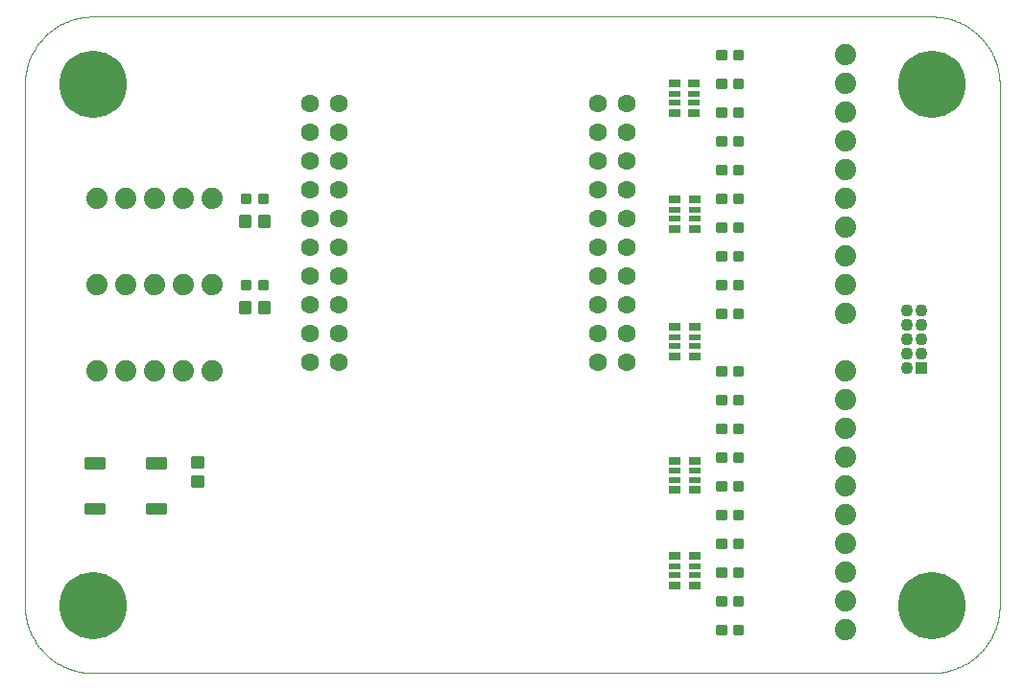
<source format=gts>
G75*
%MOIN*%
%OFA0B0*%
%FSLAX25Y25*%
%IPPOS*%
%LPD*%
%AMOC8*
5,1,8,0,0,1.08239X$1,22.5*
%
%ADD10C,0.00300*%
%ADD11C,0.01388*%
%ADD12C,0.07400*%
%ADD13C,0.23400*%
%ADD14C,0.01171*%
%ADD15C,0.06306*%
%ADD16R,0.04337X0.04337*%
%ADD17C,0.04337*%
%ADD18R,0.03845X0.02762*%
%ADD19R,0.04140X0.01975*%
D10*
X0024922Y0001300D02*
X0316261Y0001300D01*
X0316832Y0001307D01*
X0317402Y0001328D01*
X0317972Y0001362D01*
X0318541Y0001410D01*
X0319108Y0001472D01*
X0319674Y0001548D01*
X0320238Y0001637D01*
X0320799Y0001740D01*
X0321358Y0001857D01*
X0321914Y0001986D01*
X0322467Y0002130D01*
X0323016Y0002286D01*
X0323561Y0002456D01*
X0324101Y0002639D01*
X0324637Y0002835D01*
X0325169Y0003044D01*
X0325695Y0003266D01*
X0326215Y0003500D01*
X0326730Y0003747D01*
X0327239Y0004006D01*
X0327741Y0004277D01*
X0328236Y0004561D01*
X0328725Y0004856D01*
X0329206Y0005163D01*
X0329680Y0005481D01*
X0330146Y0005811D01*
X0330603Y0006152D01*
X0331053Y0006505D01*
X0331493Y0006867D01*
X0331925Y0007241D01*
X0332348Y0007624D01*
X0332761Y0008018D01*
X0333165Y0008422D01*
X0333559Y0008835D01*
X0333942Y0009258D01*
X0334316Y0009690D01*
X0334678Y0010130D01*
X0335031Y0010580D01*
X0335372Y0011037D01*
X0335702Y0011503D01*
X0336020Y0011977D01*
X0336327Y0012458D01*
X0336622Y0012947D01*
X0336906Y0013442D01*
X0337177Y0013944D01*
X0337436Y0014453D01*
X0337683Y0014968D01*
X0337917Y0015488D01*
X0338139Y0016014D01*
X0338348Y0016546D01*
X0338544Y0017082D01*
X0338727Y0017622D01*
X0338897Y0018167D01*
X0339053Y0018716D01*
X0339197Y0019269D01*
X0339326Y0019825D01*
X0339443Y0020384D01*
X0339546Y0020945D01*
X0339635Y0021509D01*
X0339711Y0022075D01*
X0339773Y0022642D01*
X0339821Y0023211D01*
X0339855Y0023781D01*
X0339876Y0024351D01*
X0339883Y0024922D01*
X0339883Y0206024D01*
X0339876Y0206595D01*
X0339855Y0207165D01*
X0339821Y0207735D01*
X0339773Y0208304D01*
X0339711Y0208871D01*
X0339635Y0209437D01*
X0339546Y0210001D01*
X0339443Y0210562D01*
X0339326Y0211121D01*
X0339197Y0211677D01*
X0339053Y0212230D01*
X0338897Y0212779D01*
X0338727Y0213324D01*
X0338544Y0213864D01*
X0338348Y0214400D01*
X0338139Y0214932D01*
X0337917Y0215458D01*
X0337683Y0215978D01*
X0337436Y0216493D01*
X0337177Y0217002D01*
X0336906Y0217504D01*
X0336622Y0217999D01*
X0336327Y0218488D01*
X0336020Y0218969D01*
X0335702Y0219443D01*
X0335372Y0219909D01*
X0335031Y0220366D01*
X0334678Y0220816D01*
X0334316Y0221256D01*
X0333942Y0221688D01*
X0333559Y0222111D01*
X0333165Y0222524D01*
X0332761Y0222928D01*
X0332348Y0223322D01*
X0331925Y0223705D01*
X0331493Y0224079D01*
X0331053Y0224441D01*
X0330603Y0224794D01*
X0330146Y0225135D01*
X0329680Y0225465D01*
X0329206Y0225783D01*
X0328725Y0226090D01*
X0328236Y0226385D01*
X0327741Y0226669D01*
X0327239Y0226940D01*
X0326730Y0227199D01*
X0326215Y0227446D01*
X0325695Y0227680D01*
X0325169Y0227902D01*
X0324637Y0228111D01*
X0324101Y0228307D01*
X0323561Y0228490D01*
X0323016Y0228660D01*
X0322467Y0228816D01*
X0321914Y0228960D01*
X0321358Y0229089D01*
X0320799Y0229206D01*
X0320238Y0229309D01*
X0319674Y0229398D01*
X0319108Y0229474D01*
X0318541Y0229536D01*
X0317972Y0229584D01*
X0317402Y0229618D01*
X0316832Y0229639D01*
X0316261Y0229646D01*
X0024922Y0229646D01*
X0024351Y0229639D01*
X0023781Y0229618D01*
X0023211Y0229584D01*
X0022642Y0229536D01*
X0022075Y0229474D01*
X0021509Y0229398D01*
X0020945Y0229309D01*
X0020384Y0229206D01*
X0019825Y0229089D01*
X0019269Y0228960D01*
X0018716Y0228816D01*
X0018167Y0228660D01*
X0017622Y0228490D01*
X0017082Y0228307D01*
X0016546Y0228111D01*
X0016014Y0227902D01*
X0015488Y0227680D01*
X0014968Y0227446D01*
X0014453Y0227199D01*
X0013944Y0226940D01*
X0013442Y0226669D01*
X0012947Y0226385D01*
X0012458Y0226090D01*
X0011977Y0225783D01*
X0011503Y0225465D01*
X0011037Y0225135D01*
X0010580Y0224794D01*
X0010130Y0224441D01*
X0009690Y0224079D01*
X0009258Y0223705D01*
X0008835Y0223322D01*
X0008422Y0222928D01*
X0008018Y0222524D01*
X0007624Y0222111D01*
X0007241Y0221688D01*
X0006867Y0221256D01*
X0006505Y0220816D01*
X0006152Y0220366D01*
X0005811Y0219909D01*
X0005481Y0219443D01*
X0005163Y0218969D01*
X0004856Y0218488D01*
X0004561Y0217999D01*
X0004277Y0217504D01*
X0004006Y0217002D01*
X0003747Y0216493D01*
X0003500Y0215978D01*
X0003266Y0215458D01*
X0003044Y0214932D01*
X0002835Y0214400D01*
X0002639Y0213864D01*
X0002456Y0213324D01*
X0002286Y0212779D01*
X0002130Y0212230D01*
X0001986Y0211677D01*
X0001857Y0211121D01*
X0001740Y0210562D01*
X0001637Y0210001D01*
X0001548Y0209437D01*
X0001472Y0208871D01*
X0001410Y0208304D01*
X0001362Y0207735D01*
X0001328Y0207165D01*
X0001307Y0206595D01*
X0001300Y0206024D01*
X0001300Y0024922D01*
X0001307Y0024351D01*
X0001328Y0023781D01*
X0001362Y0023211D01*
X0001410Y0022642D01*
X0001472Y0022075D01*
X0001548Y0021509D01*
X0001637Y0020945D01*
X0001740Y0020384D01*
X0001857Y0019825D01*
X0001986Y0019269D01*
X0002130Y0018716D01*
X0002286Y0018167D01*
X0002456Y0017622D01*
X0002639Y0017082D01*
X0002835Y0016546D01*
X0003044Y0016014D01*
X0003266Y0015488D01*
X0003500Y0014968D01*
X0003747Y0014453D01*
X0004006Y0013944D01*
X0004277Y0013442D01*
X0004561Y0012947D01*
X0004856Y0012458D01*
X0005163Y0011977D01*
X0005481Y0011503D01*
X0005811Y0011037D01*
X0006152Y0010580D01*
X0006505Y0010130D01*
X0006867Y0009690D01*
X0007241Y0009258D01*
X0007624Y0008835D01*
X0008018Y0008422D01*
X0008422Y0008018D01*
X0008835Y0007624D01*
X0009258Y0007241D01*
X0009690Y0006867D01*
X0010130Y0006505D01*
X0010580Y0006152D01*
X0011037Y0005811D01*
X0011503Y0005481D01*
X0011977Y0005163D01*
X0012458Y0004856D01*
X0012947Y0004561D01*
X0013442Y0004277D01*
X0013944Y0004006D01*
X0014453Y0003747D01*
X0014968Y0003500D01*
X0015488Y0003266D01*
X0016014Y0003044D01*
X0016546Y0002835D01*
X0017082Y0002639D01*
X0017622Y0002456D01*
X0018167Y0002286D01*
X0018716Y0002130D01*
X0019269Y0001986D01*
X0019825Y0001857D01*
X0020384Y0001740D01*
X0020945Y0001637D01*
X0021509Y0001548D01*
X0022075Y0001472D01*
X0022642Y0001410D01*
X0023211Y0001362D01*
X0023781Y0001328D01*
X0024351Y0001307D01*
X0024922Y0001300D01*
D11*
X0022621Y0056952D02*
X0028719Y0056952D01*
X0022621Y0056952D02*
X0022621Y0059900D01*
X0028719Y0059900D01*
X0028719Y0056952D01*
X0028719Y0058271D02*
X0022621Y0058271D01*
X0022621Y0059590D02*
X0028719Y0059590D01*
X0043881Y0056952D02*
X0049979Y0056952D01*
X0043881Y0056952D02*
X0043881Y0059900D01*
X0049979Y0059900D01*
X0049979Y0056952D01*
X0049979Y0058271D02*
X0043881Y0058271D01*
X0043881Y0059590D02*
X0049979Y0059590D01*
X0059629Y0066480D02*
X0059629Y0069428D01*
X0062971Y0069428D01*
X0062971Y0066480D01*
X0059629Y0066480D01*
X0059629Y0067799D02*
X0062971Y0067799D01*
X0062971Y0069118D02*
X0059629Y0069118D01*
X0059629Y0073172D02*
X0059629Y0076120D01*
X0062971Y0076120D01*
X0062971Y0073172D01*
X0059629Y0073172D01*
X0059629Y0074491D02*
X0062971Y0074491D01*
X0062971Y0075810D02*
X0059629Y0075810D01*
X0049979Y0072700D02*
X0043881Y0072700D01*
X0043881Y0075648D01*
X0049979Y0075648D01*
X0049979Y0072700D01*
X0049979Y0074019D02*
X0043881Y0074019D01*
X0043881Y0075338D02*
X0049979Y0075338D01*
X0028719Y0072700D02*
X0022621Y0072700D01*
X0022621Y0075648D01*
X0028719Y0075648D01*
X0028719Y0072700D01*
X0028719Y0074019D02*
X0022621Y0074019D01*
X0022621Y0075338D02*
X0028719Y0075338D01*
X0076401Y0126794D02*
X0079349Y0126794D01*
X0076401Y0126794D02*
X0076401Y0130136D01*
X0079349Y0130136D01*
X0079349Y0126794D01*
X0079349Y0128113D02*
X0076401Y0128113D01*
X0076401Y0129432D02*
X0079349Y0129432D01*
X0083094Y0126794D02*
X0086042Y0126794D01*
X0083094Y0126794D02*
X0083094Y0130136D01*
X0086042Y0130136D01*
X0086042Y0126794D01*
X0086042Y0128113D02*
X0083094Y0128113D01*
X0083094Y0129432D02*
X0086042Y0129432D01*
X0086042Y0156716D02*
X0083094Y0156716D01*
X0083094Y0160058D01*
X0086042Y0160058D01*
X0086042Y0156716D01*
X0086042Y0158035D02*
X0083094Y0158035D01*
X0083094Y0159354D02*
X0086042Y0159354D01*
X0079349Y0156716D02*
X0076401Y0156716D01*
X0076401Y0160058D01*
X0079349Y0160058D01*
X0079349Y0156716D01*
X0079349Y0158035D02*
X0076401Y0158035D01*
X0076401Y0159354D02*
X0079349Y0159354D01*
D12*
X0066300Y0166300D03*
X0056300Y0166300D03*
X0046300Y0166300D03*
X0036300Y0166300D03*
X0026300Y0166300D03*
X0026300Y0136300D03*
X0036300Y0136300D03*
X0046300Y0136300D03*
X0056300Y0136300D03*
X0066300Y0136300D03*
X0066300Y0106300D03*
X0056300Y0106300D03*
X0046300Y0106300D03*
X0036300Y0106300D03*
X0026300Y0106300D03*
X0286300Y0106300D03*
X0286300Y0096300D03*
X0286300Y0086300D03*
X0286300Y0076300D03*
X0286300Y0066300D03*
X0286300Y0056300D03*
X0286300Y0046300D03*
X0286300Y0036300D03*
X0286300Y0026300D03*
X0286300Y0016300D03*
X0286300Y0126300D03*
X0286300Y0136300D03*
X0286300Y0146300D03*
X0286300Y0156300D03*
X0286300Y0166300D03*
X0286300Y0176300D03*
X0286300Y0186300D03*
X0286300Y0196300D03*
X0286300Y0206300D03*
X0286300Y0216300D03*
D13*
X0316261Y0206024D03*
X0316261Y0024922D03*
X0024922Y0024922D03*
X0024922Y0206024D03*
D14*
X0077079Y0165071D02*
X0079459Y0165071D01*
X0077079Y0165071D02*
X0077079Y0167451D01*
X0079459Y0167451D01*
X0079459Y0165071D01*
X0079459Y0166183D02*
X0077079Y0166183D01*
X0077079Y0167295D02*
X0079459Y0167295D01*
X0082984Y0165071D02*
X0085364Y0165071D01*
X0082984Y0165071D02*
X0082984Y0167451D01*
X0085364Y0167451D01*
X0085364Y0165071D01*
X0085364Y0166183D02*
X0082984Y0166183D01*
X0082984Y0167295D02*
X0085364Y0167295D01*
X0085364Y0135149D02*
X0082984Y0135149D01*
X0082984Y0137529D01*
X0085364Y0137529D01*
X0085364Y0135149D01*
X0085364Y0136261D02*
X0082984Y0136261D01*
X0082984Y0137373D02*
X0085364Y0137373D01*
X0079459Y0135149D02*
X0077079Y0135149D01*
X0077079Y0137529D01*
X0079459Y0137529D01*
X0079459Y0135149D01*
X0079459Y0136261D02*
X0077079Y0136261D01*
X0077079Y0137373D02*
X0079459Y0137373D01*
X0242157Y0137490D02*
X0244537Y0137490D01*
X0244537Y0135110D01*
X0242157Y0135110D01*
X0242157Y0137490D01*
X0242157Y0136222D02*
X0244537Y0136222D01*
X0244537Y0137334D02*
X0242157Y0137334D01*
X0248063Y0137490D02*
X0250443Y0137490D01*
X0250443Y0135110D01*
X0248063Y0135110D01*
X0248063Y0137490D01*
X0248063Y0136222D02*
X0250443Y0136222D01*
X0250443Y0137334D02*
X0248063Y0137334D01*
X0248063Y0147490D02*
X0250443Y0147490D01*
X0250443Y0145110D01*
X0248063Y0145110D01*
X0248063Y0147490D01*
X0248063Y0146222D02*
X0250443Y0146222D01*
X0250443Y0147334D02*
X0248063Y0147334D01*
X0244537Y0147490D02*
X0242157Y0147490D01*
X0244537Y0147490D02*
X0244537Y0145110D01*
X0242157Y0145110D01*
X0242157Y0147490D01*
X0242157Y0146222D02*
X0244537Y0146222D01*
X0244537Y0147334D02*
X0242157Y0147334D01*
X0242157Y0157490D02*
X0244537Y0157490D01*
X0244537Y0155110D01*
X0242157Y0155110D01*
X0242157Y0157490D01*
X0242157Y0156222D02*
X0244537Y0156222D01*
X0244537Y0157334D02*
X0242157Y0157334D01*
X0248063Y0157490D02*
X0250443Y0157490D01*
X0250443Y0155110D01*
X0248063Y0155110D01*
X0248063Y0157490D01*
X0248063Y0156222D02*
X0250443Y0156222D01*
X0250443Y0157334D02*
X0248063Y0157334D01*
X0248063Y0167490D02*
X0250443Y0167490D01*
X0250443Y0165110D01*
X0248063Y0165110D01*
X0248063Y0167490D01*
X0248063Y0166222D02*
X0250443Y0166222D01*
X0250443Y0167334D02*
X0248063Y0167334D01*
X0244537Y0167490D02*
X0242157Y0167490D01*
X0244537Y0167490D02*
X0244537Y0165110D01*
X0242157Y0165110D01*
X0242157Y0167490D01*
X0242157Y0166222D02*
X0244537Y0166222D01*
X0244537Y0167334D02*
X0242157Y0167334D01*
X0242157Y0177490D02*
X0244537Y0177490D01*
X0244537Y0175110D01*
X0242157Y0175110D01*
X0242157Y0177490D01*
X0242157Y0176222D02*
X0244537Y0176222D01*
X0244537Y0177334D02*
X0242157Y0177334D01*
X0248063Y0177490D02*
X0250443Y0177490D01*
X0250443Y0175110D01*
X0248063Y0175110D01*
X0248063Y0177490D01*
X0248063Y0176222D02*
X0250443Y0176222D01*
X0250443Y0177334D02*
X0248063Y0177334D01*
X0248063Y0187490D02*
X0250443Y0187490D01*
X0250443Y0185110D01*
X0248063Y0185110D01*
X0248063Y0187490D01*
X0248063Y0186222D02*
X0250443Y0186222D01*
X0250443Y0187334D02*
X0248063Y0187334D01*
X0244537Y0187490D02*
X0242157Y0187490D01*
X0244537Y0187490D02*
X0244537Y0185110D01*
X0242157Y0185110D01*
X0242157Y0187490D01*
X0242157Y0186222D02*
X0244537Y0186222D01*
X0244537Y0187334D02*
X0242157Y0187334D01*
X0242157Y0197490D02*
X0244537Y0197490D01*
X0244537Y0195110D01*
X0242157Y0195110D01*
X0242157Y0197490D01*
X0242157Y0196222D02*
X0244537Y0196222D01*
X0244537Y0197334D02*
X0242157Y0197334D01*
X0248063Y0197490D02*
X0250443Y0197490D01*
X0250443Y0195110D01*
X0248063Y0195110D01*
X0248063Y0197490D01*
X0248063Y0196222D02*
X0250443Y0196222D01*
X0250443Y0197334D02*
X0248063Y0197334D01*
X0248063Y0207490D02*
X0250443Y0207490D01*
X0250443Y0205110D01*
X0248063Y0205110D01*
X0248063Y0207490D01*
X0248063Y0206222D02*
X0250443Y0206222D01*
X0250443Y0207334D02*
X0248063Y0207334D01*
X0244537Y0207490D02*
X0242157Y0207490D01*
X0244537Y0207490D02*
X0244537Y0205110D01*
X0242157Y0205110D01*
X0242157Y0207490D01*
X0242157Y0206222D02*
X0244537Y0206222D01*
X0244537Y0207334D02*
X0242157Y0207334D01*
X0242157Y0217490D02*
X0244537Y0217490D01*
X0244537Y0215110D01*
X0242157Y0215110D01*
X0242157Y0217490D01*
X0242157Y0216222D02*
X0244537Y0216222D01*
X0244537Y0217334D02*
X0242157Y0217334D01*
X0248063Y0217490D02*
X0250443Y0217490D01*
X0250443Y0215110D01*
X0248063Y0215110D01*
X0248063Y0217490D01*
X0248063Y0216222D02*
X0250443Y0216222D01*
X0250443Y0217334D02*
X0248063Y0217334D01*
X0248063Y0127490D02*
X0250443Y0127490D01*
X0250443Y0125110D01*
X0248063Y0125110D01*
X0248063Y0127490D01*
X0248063Y0126222D02*
X0250443Y0126222D01*
X0250443Y0127334D02*
X0248063Y0127334D01*
X0244537Y0127490D02*
X0242157Y0127490D01*
X0244537Y0127490D02*
X0244537Y0125110D01*
X0242157Y0125110D01*
X0242157Y0127490D01*
X0242157Y0126222D02*
X0244537Y0126222D01*
X0244537Y0127334D02*
X0242157Y0127334D01*
X0242157Y0107490D02*
X0244537Y0107490D01*
X0244537Y0105110D01*
X0242157Y0105110D01*
X0242157Y0107490D01*
X0242157Y0106222D02*
X0244537Y0106222D01*
X0244537Y0107334D02*
X0242157Y0107334D01*
X0248063Y0107490D02*
X0250443Y0107490D01*
X0250443Y0105110D01*
X0248063Y0105110D01*
X0248063Y0107490D01*
X0248063Y0106222D02*
X0250443Y0106222D01*
X0250443Y0107334D02*
X0248063Y0107334D01*
X0248063Y0097490D02*
X0250443Y0097490D01*
X0250443Y0095110D01*
X0248063Y0095110D01*
X0248063Y0097490D01*
X0248063Y0096222D02*
X0250443Y0096222D01*
X0250443Y0097334D02*
X0248063Y0097334D01*
X0244537Y0097490D02*
X0242157Y0097490D01*
X0244537Y0097490D02*
X0244537Y0095110D01*
X0242157Y0095110D01*
X0242157Y0097490D01*
X0242157Y0096222D02*
X0244537Y0096222D01*
X0244537Y0097334D02*
X0242157Y0097334D01*
X0242157Y0087490D02*
X0244537Y0087490D01*
X0244537Y0085110D01*
X0242157Y0085110D01*
X0242157Y0087490D01*
X0242157Y0086222D02*
X0244537Y0086222D01*
X0244537Y0087334D02*
X0242157Y0087334D01*
X0248063Y0087490D02*
X0250443Y0087490D01*
X0250443Y0085110D01*
X0248063Y0085110D01*
X0248063Y0087490D01*
X0248063Y0086222D02*
X0250443Y0086222D01*
X0250443Y0087334D02*
X0248063Y0087334D01*
X0248063Y0077490D02*
X0250443Y0077490D01*
X0250443Y0075110D01*
X0248063Y0075110D01*
X0248063Y0077490D01*
X0248063Y0076222D02*
X0250443Y0076222D01*
X0250443Y0077334D02*
X0248063Y0077334D01*
X0244537Y0077490D02*
X0242157Y0077490D01*
X0244537Y0077490D02*
X0244537Y0075110D01*
X0242157Y0075110D01*
X0242157Y0077490D01*
X0242157Y0076222D02*
X0244537Y0076222D01*
X0244537Y0077334D02*
X0242157Y0077334D01*
X0242157Y0067490D02*
X0244537Y0067490D01*
X0244537Y0065110D01*
X0242157Y0065110D01*
X0242157Y0067490D01*
X0242157Y0066222D02*
X0244537Y0066222D01*
X0244537Y0067334D02*
X0242157Y0067334D01*
X0248063Y0067490D02*
X0250443Y0067490D01*
X0250443Y0065110D01*
X0248063Y0065110D01*
X0248063Y0067490D01*
X0248063Y0066222D02*
X0250443Y0066222D01*
X0250443Y0067334D02*
X0248063Y0067334D01*
X0248063Y0057490D02*
X0250443Y0057490D01*
X0250443Y0055110D01*
X0248063Y0055110D01*
X0248063Y0057490D01*
X0248063Y0056222D02*
X0250443Y0056222D01*
X0250443Y0057334D02*
X0248063Y0057334D01*
X0244537Y0057490D02*
X0242157Y0057490D01*
X0244537Y0057490D02*
X0244537Y0055110D01*
X0242157Y0055110D01*
X0242157Y0057490D01*
X0242157Y0056222D02*
X0244537Y0056222D01*
X0244537Y0057334D02*
X0242157Y0057334D01*
X0242157Y0047490D02*
X0244537Y0047490D01*
X0244537Y0045110D01*
X0242157Y0045110D01*
X0242157Y0047490D01*
X0242157Y0046222D02*
X0244537Y0046222D01*
X0244537Y0047334D02*
X0242157Y0047334D01*
X0248063Y0047490D02*
X0250443Y0047490D01*
X0250443Y0045110D01*
X0248063Y0045110D01*
X0248063Y0047490D01*
X0248063Y0046222D02*
X0250443Y0046222D01*
X0250443Y0047334D02*
X0248063Y0047334D01*
X0248063Y0037490D02*
X0250443Y0037490D01*
X0250443Y0035110D01*
X0248063Y0035110D01*
X0248063Y0037490D01*
X0248063Y0036222D02*
X0250443Y0036222D01*
X0250443Y0037334D02*
X0248063Y0037334D01*
X0244537Y0037490D02*
X0242157Y0037490D01*
X0244537Y0037490D02*
X0244537Y0035110D01*
X0242157Y0035110D01*
X0242157Y0037490D01*
X0242157Y0036222D02*
X0244537Y0036222D01*
X0244537Y0037334D02*
X0242157Y0037334D01*
X0242157Y0027490D02*
X0244537Y0027490D01*
X0244537Y0025110D01*
X0242157Y0025110D01*
X0242157Y0027490D01*
X0242157Y0026222D02*
X0244537Y0026222D01*
X0244537Y0027334D02*
X0242157Y0027334D01*
X0248063Y0027490D02*
X0250443Y0027490D01*
X0250443Y0025110D01*
X0248063Y0025110D01*
X0248063Y0027490D01*
X0248063Y0026222D02*
X0250443Y0026222D01*
X0250443Y0027334D02*
X0248063Y0027334D01*
X0248063Y0017490D02*
X0250443Y0017490D01*
X0250443Y0015110D01*
X0248063Y0015110D01*
X0248063Y0017490D01*
X0248063Y0016222D02*
X0250443Y0016222D01*
X0250443Y0017334D02*
X0248063Y0017334D01*
X0244537Y0017490D02*
X0242157Y0017490D01*
X0244537Y0017490D02*
X0244537Y0015110D01*
X0242157Y0015110D01*
X0242157Y0017490D01*
X0242157Y0016222D02*
X0244537Y0016222D01*
X0244537Y0017334D02*
X0242157Y0017334D01*
D15*
X0210190Y0109300D03*
X0200190Y0109300D03*
X0200190Y0119300D03*
X0210190Y0119300D03*
X0210190Y0129300D03*
X0200190Y0129300D03*
X0200190Y0139300D03*
X0210190Y0139300D03*
X0210190Y0149300D03*
X0200190Y0149300D03*
X0200190Y0159300D03*
X0210190Y0159300D03*
X0210190Y0169300D03*
X0200190Y0169300D03*
X0200190Y0179300D03*
X0210190Y0179300D03*
X0210190Y0189300D03*
X0200190Y0189300D03*
X0200190Y0199300D03*
X0210190Y0199300D03*
X0110190Y0199300D03*
X0100190Y0199300D03*
X0100190Y0189300D03*
X0110190Y0189300D03*
X0110190Y0179300D03*
X0100190Y0179300D03*
X0100190Y0169300D03*
X0110190Y0169300D03*
X0110190Y0159300D03*
X0100190Y0159300D03*
X0100190Y0149300D03*
X0110190Y0149300D03*
X0110190Y0139300D03*
X0100190Y0139300D03*
X0100190Y0129300D03*
X0110190Y0129300D03*
X0110190Y0119300D03*
X0100190Y0119300D03*
X0100190Y0109300D03*
X0110190Y0109300D03*
D16*
X0312560Y0107442D03*
D17*
X0307560Y0107442D03*
X0307560Y0112442D03*
X0312560Y0112442D03*
X0312560Y0117442D03*
X0307560Y0117442D03*
X0307560Y0122442D03*
X0312560Y0122442D03*
X0312560Y0127442D03*
X0307560Y0127442D03*
D18*
X0233934Y0121749D03*
X0227044Y0121749D03*
X0227044Y0111513D03*
X0233934Y0111513D03*
X0233934Y0075221D03*
X0227044Y0075221D03*
X0227044Y0064985D03*
X0233934Y0064985D03*
X0233871Y0042009D03*
X0226981Y0042009D03*
X0226981Y0031772D03*
X0233871Y0031772D03*
X0233934Y0155851D03*
X0227044Y0155851D03*
X0227044Y0166087D03*
X0233934Y0166087D03*
X0233745Y0196182D03*
X0226855Y0196182D03*
X0226855Y0206418D03*
X0233745Y0206418D03*
D19*
X0233745Y0202875D03*
X0233745Y0199725D03*
X0226855Y0199725D03*
X0226855Y0202875D03*
X0227044Y0162544D03*
X0227044Y0159394D03*
X0233934Y0159394D03*
X0233934Y0162544D03*
X0233934Y0118206D03*
X0233934Y0115056D03*
X0227044Y0115056D03*
X0227044Y0118206D03*
X0227044Y0071678D03*
X0227044Y0068528D03*
X0233934Y0068528D03*
X0233934Y0071678D03*
X0233871Y0038465D03*
X0233871Y0035316D03*
X0226981Y0035316D03*
X0226981Y0038465D03*
M02*

</source>
